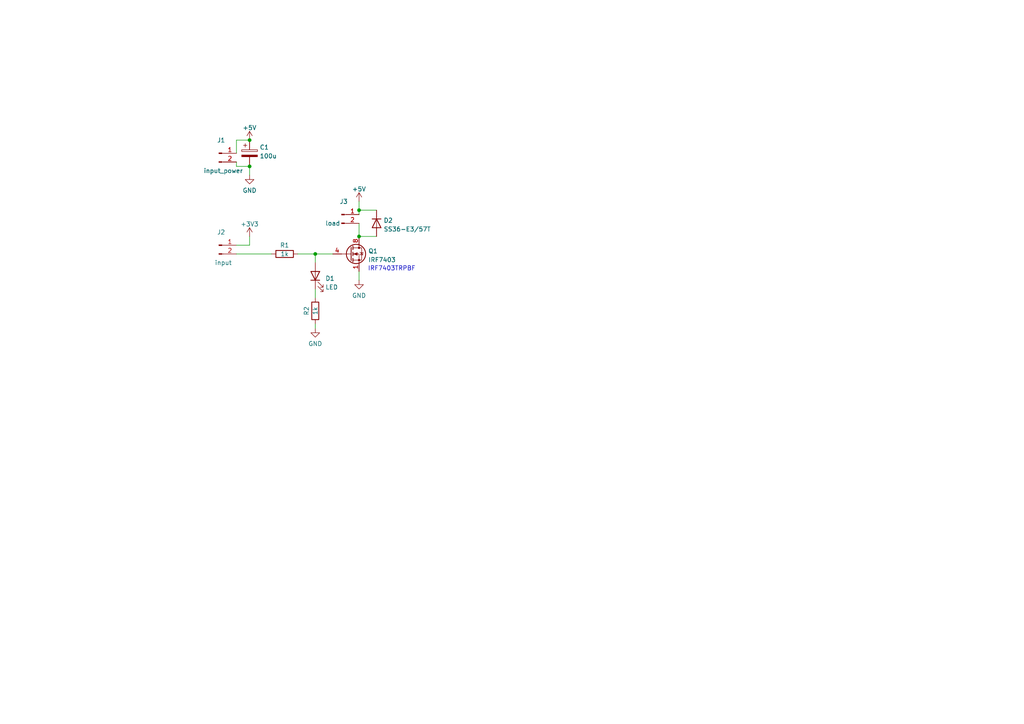
<source format=kicad_sch>
(kicad_sch (version 20211123) (generator eeschema)
  (paper "A4")
  (lib_symbols
    (symbol "Connector:Conn_01x02_Male" (pin_names (offset 1.016) hide)
      (property "Reference" "J" (at 0 2.54 0))
      (property "Value" "Conn_01x02_Male" (at 0 -5.08 0))
      (symbol "Conn_01x02_Male_1_1"
        (polyline (pts (xy 1.27 -2.54) (xy 0.8636 -2.54)) (stroke (width 0.1524)))
        (polyline (pts (xy 1.27 0) (xy 0.8636 0)) (stroke (width 0.1524)))
        (rectangle (start 0.8636 -2.413) (end 0 -2.667) (stroke (width 0.1524)) (fill (type outline)))
        (rectangle (start 0.8636 0.127) (end 0 -0.127) (stroke (width 0.1524)) (fill (type outline)))
        (pin passive line (at 5.08 0 180) (length 3.81) (name "Pin_1") (number "1"))
        (pin passive line (at 5.08 -2.54 180) (length 3.81) (name "Pin_2") (number "2"))
      )
    )
    (symbol "Device:C_Polarized" (pin_numbers hide) (pin_names (offset 0.254))
      (property "Reference" "C" (at 0.635 2.54 0))
      (property "Value" "C_Polarized" (at 0.635 -2.54 0))
      (symbol "C_Polarized_0_1"
        (rectangle (start -2.286 0.508) (end 2.286 1.016))
        (polyline (pts (xy -1.778 2.286) (xy -0.762 2.286)))
        (polyline (pts (xy -1.27 2.794) (xy -1.27 1.778)))
        (rectangle (start 2.286 -0.508) (end -2.286 -1.016) (fill (type outline)))
      )
      (symbol "C_Polarized_1_1"
        (pin passive line (at 0 3.81 270) (length 2.794) (name "~") (number "1"))
        (pin passive line (at 0 -3.81 90) (length 2.794) (name "~") (number "2"))
      )
    )
    (symbol "Device:D" (pin_numbers hide) (pin_names (offset 1.016) hide)
      (property "Reference" "D" (at 0 2.54 0))
      (property "Value" "D" (at 0 -2.54 0))
      (symbol "D_0_1"
        (polyline (pts (xy -1.27 1.27) (xy -1.27 -1.27)) (stroke (width 0.254)))
        (polyline (pts (xy 1.27 0) (xy -1.27 0)))
        (polyline (pts (xy 1.27 1.27) (xy 1.27 -1.27) (xy -1.27 0) (xy 1.27 1.27)) (stroke (width 0.254)))
      )
      (symbol "D_1_1"
        (pin passive line (at -3.81 0 0) (length 2.54) (name "K") (number "1"))
        (pin passive line (at 3.81 0 180) (length 2.54) (name "A") (number "2"))
      )
    )
    (symbol "Device:LED" (pin_numbers hide) (pin_names (offset 1.016) hide)
      (property "Reference" "D" (at 0 2.54 0))
      (property "Value" "LED" (at 0 -2.54 0))
      (symbol "LED_0_1"
        (polyline (pts (xy -1.27 -1.27) (xy -1.27 1.27)) (stroke (width 0.254)))
        (polyline (pts (xy -1.27 0) (xy 1.27 0)))
        (polyline (pts (xy 1.27 -1.27) (xy 1.27 1.27) (xy -1.27 0) (xy 1.27 -1.27)) (stroke (width 0.254)))
        (polyline (pts (xy -3.048 -0.762) (xy -4.572 -2.286) (xy -3.81 -2.286) (xy -4.572 -2.286) (xy -4.572 -1.524)))
        (polyline (pts (xy -1.778 -0.762) (xy -3.302 -2.286) (xy -2.54 -2.286) (xy -3.302 -2.286) (xy -3.302 -1.524)))
      )
      (symbol "LED_1_1"
        (pin passive line (at -3.81 0 0) (length 2.54) (name "K") (number "1"))
        (pin passive line (at 3.81 0 180) (length 2.54) (name "A") (number "2"))
      )
    )
    (symbol "Device:R" (pin_numbers hide) (pin_names (offset 0))
      (property "Reference" "R" (at 2.032 0 90))
      (property "Value" "R" (at 0 0 90))
      (symbol "R_0_1"
        (rectangle (start -1.016 -2.54) (end 1.016 2.54) (stroke (width 0.254)))
      )
      (symbol "R_1_1"
        (pin passive line (at 0 3.81 270) (length 1.27) (name "~") (number "1"))
        (pin passive line (at 0 -3.81 90) (length 1.27) (name "~") (number "2"))
      )
    )
    (symbol "Transistor_FET:IRF7403" (pin_names hide)
      (property "Reference" "Q" (at 5.08 2.54 0))
      (property "Value" "IRF7403" (at 5.08 0 0))
      (symbol "IRF7403_0_1"
        (polyline (pts (xy 0.254 0) (xy -2.54 0)))
        (polyline (pts (xy 0.254 1.905) (xy 0.254 -1.905)) (stroke (width 0.254)))
        (polyline (pts (xy 0.762 -1.27) (xy 0.762 -2.286)) (stroke (width 0.254)))
        (polyline (pts (xy 0.762 0.508) (xy 0.762 -0.508)) (stroke (width 0.254)))
        (polyline (pts (xy 0.762 2.286) (xy 0.762 1.27)) (stroke (width 0.254)))
        (polyline (pts (xy 2.54 2.54) (xy 2.54 1.778)))
        (polyline (pts (xy 2.54 -2.54) (xy 2.54 0) (xy 0.762 0)))
        (polyline (pts (xy 0.762 -1.778) (xy 3.302 -1.778) (xy 3.302 1.778) (xy 0.762 1.778)))
        (polyline (pts (xy 1.016 0) (xy 2.032 0.381) (xy 2.032 -0.381) (xy 1.016 0)) (fill (type outline)))
        (polyline (pts (xy 2.794 0.508) (xy 2.921 0.381) (xy 3.683 0.381) (xy 3.81 0.254)))
        (polyline (pts (xy 3.302 0.381) (xy 2.921 -0.254) (xy 3.683 -0.254) (xy 3.302 0.381)))
        (circle (center 1.651 0) (radius 2.794) (stroke (width 0.254)))
        (circle (center 2.54 -1.778) (radius 0.254) (fill (type outline)))
        (circle (center 2.54 1.778) (radius 0.254) (fill (type outline)))
      )
      (symbol "IRF7403_1_1"
        (pin passive line (at 2.54 -5.08 90) (length 2.54) (name "S") (number "1"))
        (pin passive line (at 2.54 -5.08 90) (length 2.54) hide (name "S") (number "2"))
        (pin passive line (at 2.54 -5.08 90) (length 2.54) hide (name "S") (number "3"))
        (pin input line (at -5.08 0 0) (length 2.54) (name "G") (number "4"))
        (pin passive line (at 2.54 5.08 270) (length 2.54) hide (name "D") (number "5"))
        (pin passive line (at 2.54 5.08 270) (length 2.54) hide (name "D") (number "6"))
        (pin passive line (at 2.54 5.08 270) (length 2.54) hide (name "D") (number "7"))
        (pin passive line (at 2.54 5.08 270) (length 2.54) (name "D") (number "8"))
      )
    )
    (symbol "power:+3.3V" (power) (pin_names (offset 0))
      (property "Value" "+3.3V" (at 0 3.556 0))
      (symbol "+3.3V_0_1"
        (polyline (pts (xy -0.762 1.27) (xy 0 2.54)))
        (polyline (pts (xy 0 0) (xy 0 2.54)))
        (polyline (pts (xy 0 2.54) (xy 0.762 1.27)))
      )
      (symbol "+3.3V_1_1"
        (pin power_in line (at 0 0 90) (length 0) hide (name "+3V3") (number "1"))
      )
    )
    (symbol "power:+5V" (power) (pin_names (offset 0))
      (property "Value" "+5V" (at 0 3.556 0))
      (symbol "+5V_0_1"
        (polyline (pts (xy -0.762 1.27) (xy 0 2.54)))
        (polyline (pts (xy 0 0) (xy 0 2.54)))
        (polyline (pts (xy 0 2.54) (xy 0.762 1.27)))
      )
      (symbol "+5V_1_1"
        (pin power_in line (at 0 0 90) (length 0) hide (name "+5V") (number "1"))
      )
    )
    (symbol "power:GND" (power) (pin_names (offset 0))
      (property "Value" "GND" (at 0 -3.81 0))
      (symbol "GND_0_1"
        (polyline (pts (xy 0 0) (xy 0 -1.27) (xy 1.27 -1.27) (xy 0 -2.54) (xy -1.27 -1.27) (xy 0 -1.27)))
      )
      (symbol "GND_1_1"
        (pin power_in line (at 0 0 270) (length 0) hide (name "GND") (number "1"))
      )
    )
  )
  (junction (at 72.39 40.64))
  (junction (at 104.14 68.58))
  (junction (at 91.44 73.66))
  (junction (at 72.39 48.26))
  (junction (at 104.14 60.96))
  (wire (pts (xy 68.58 73.66) (xy 78.74 73.66)))
  (wire (pts (xy 68.58 40.64) (xy 68.58 44.45)))
  (wire (pts (xy 104.14 64.77) (xy 104.14 68.58)))
  (wire (pts (xy 104.14 60.96) (xy 104.14 62.23)))
  (wire (pts (xy 72.39 40.64) (xy 68.58 40.64)))
  (wire (pts (xy 104.14 58.42) (xy 104.14 60.96)))
  (wire (pts (xy 68.58 71.12) (xy 72.39 71.12)))
  (wire (pts (xy 68.58 48.26) (xy 72.39 48.26)))
  (wire (pts (xy 91.44 83.82) (xy 91.44 86.36)))
  (wire (pts (xy 104.14 78.74) (xy 104.14 81.28)))
  (wire (pts (xy 91.44 73.66) (xy 91.44 76.2)))
  (wire (pts (xy 104.14 68.58) (xy 109.22 68.58)))
  (wire (pts (xy 68.58 46.99) (xy 68.58 48.26)))
  (wire (pts (xy 72.39 50.8) (xy 72.39 48.26)))
  (wire (pts (xy 72.39 68.58) (xy 72.39 71.12)))
  (wire (pts (xy 91.44 93.98) (xy 91.44 95.25)))
  (wire (pts (xy 91.44 73.66) (xy 96.52 73.66)))
  (wire (pts (xy 86.36 73.66) (xy 91.44 73.66)))
  (wire (pts (xy 104.14 60.96) (xy 109.22 60.96)))
  (text "IRF7403TRPBF" (at 106.68 78.74 0) (effects (font (size 1.27 1.27)) (justify left bottom)))
  (symbol (lib_id "power:GND") (at 91.44 95.25 0) (unit 1)
    (property "Reference" "#PWR04" (effects hide))
    (property "Value" "GND" (at 91.44 99.6934 0))
  )
  (symbol (lib_id "power:+5V") (at 104.14 58.42 0) (unit 1)
    (property "Reference" "#PWR05" (effects hide))
    (property "Value" "+5V" (at 104.14 54.8442 0))
  )
  (symbol (lib_id "Device:LED") (at 91.44 80.01 90) (unit 1)
    (property "Reference" "D1" (at 94.361 80.7628 90) (effects (justify right)))
    (property "Value" "LED" (at 94.361 83.2997 90) (effects (justify right)))
    (property "Footprint" "LED_SMD:LED_0805_2012Metric" (effects hide))
  )
  (symbol (lib_id "power:GND") (at 104.14 81.28 0) (unit 1)
    (property "Reference" "#PWR06" (effects hide))
    (property "Value" "GND" (at 104.14 85.7234 0))
  )
  (symbol (lib_id "Device:C_Polarized") (at 72.39 44.45 0) (unit 1)
    (property "Reference" "C1" (at 75.311 42.7263 0) (effects (justify left)))
    (property "Value" "100u" (at 75.311 45.2632 0) (effects (justify left)))
    (property "Footprint" "Capacitor_SMD:CP_Elec_6.3x7.7" (effects hide))
  )
  (symbol (lib_id "power:+5V") (at 72.39 40.64 0) (unit 1)
    (property "Reference" "#PWR01" (effects hide))
    (property "Value" "+5V" (at 72.39 37.0642 0))
  )
  (symbol (lib_id "Device:D") (at 109.22 64.77 270) (unit 1)
    (property "Reference" "D2" (at 111.252 63.9353 90) (effects (justify left)))
    (property "Value" "SS36-E3/57T" (at 111.252 66.4722 90) (effects (justify left)))
    (property "Footprint" "Diode_SMD:D_SMC" (effects hide))
  )
  (symbol (lib_id "Connector:Conn_01x02_Male") (at 63.5 71.12 0) (unit 1)
    (property "Reference" "J2" (at 64.135 67.344 0))
    (property "Value" "input" (at 64.77 76.2 0))
    (property "Footprint" "AREA_lib_Connector:Wuerth_2.54mm_2pins_61900211121" (effects hide))
  )
  (symbol (lib_id "Connector:Conn_01x02_Male") (at 63.5 44.45 0) (unit 1)
    (property "Reference" "J1" (at 64.135 40.674 0))
    (property "Value" "input_power" (at 64.77 49.53 0))
    (property "Footprint" "AREA_lib_Connector:Wuerth_3.96mm_2pin_645002114822" (effects hide))
  )
  (symbol (lib_id "Device:R") (at 91.44 90.17 180) (unit 1)
    (property "Reference" "R2" (at 88.9 90.17 90))
    (property "Value" "1k" (at 91.44 90.17 90))
    (property "Footprint" "Resistor_SMD:R_0805_2012Metric" (effects hide))
  )
  (symbol (lib_id "Transistor_FET:IRF7403") (at 101.6 73.66 0) (unit 1)
    (property "Reference" "Q1" (at 106.807 72.8253 0) (effects (justify left)))
    (property "Value" "IRF7403" (at 106.807 75.3622 0) (effects (justify left)))
    (property "Footprint" "Package_SO:SOIC-8_3.9x4.9mm_P1.27mm" (effects hide))
    (property "Datasheet" "https://www.infineon.com/dgdl/irf7403pbf.pdf?fileId=5546d462533600a4015355fa23541b9c" (effects hide))
  )
  (symbol (lib_id "Connector:Conn_01x02_Male") (at 99.06 62.23 0) (unit 1)
    (property "Reference" "J3" (at 99.695 58.454 0))
    (property "Value" "load" (at 96.52 64.77 0))
    (property "Footprint" "AREA_lib_Connector:Wuerth_3.96mm_2pin_645002114822" (effects hide))
  )
  (symbol (lib_id "power:GND") (at 72.39 50.8 0) (unit 1)
    (property "Reference" "#PWR02" (effects hide))
    (property "Value" "GND" (at 72.39 55.2434 0))
  )
  (symbol (lib_id "Device:R") (at 82.55 73.66 90) (unit 1)
    (property "Reference" "R1" (at 82.55 71.12 90))
    (property "Value" "1k" (at 82.55 73.66 90))
    (property "Footprint" "Resistor_SMD:R_0805_2012Metric" (effects hide))
  )
  (symbol (lib_id "power:+3.3V") (at 72.39 68.58 0) (unit 1)
    (property "Reference" "#PWR03" (effects hide))
    (property "Value" "+3.3V" (at 72.39 65.0042 0))
  )
)
</source>
